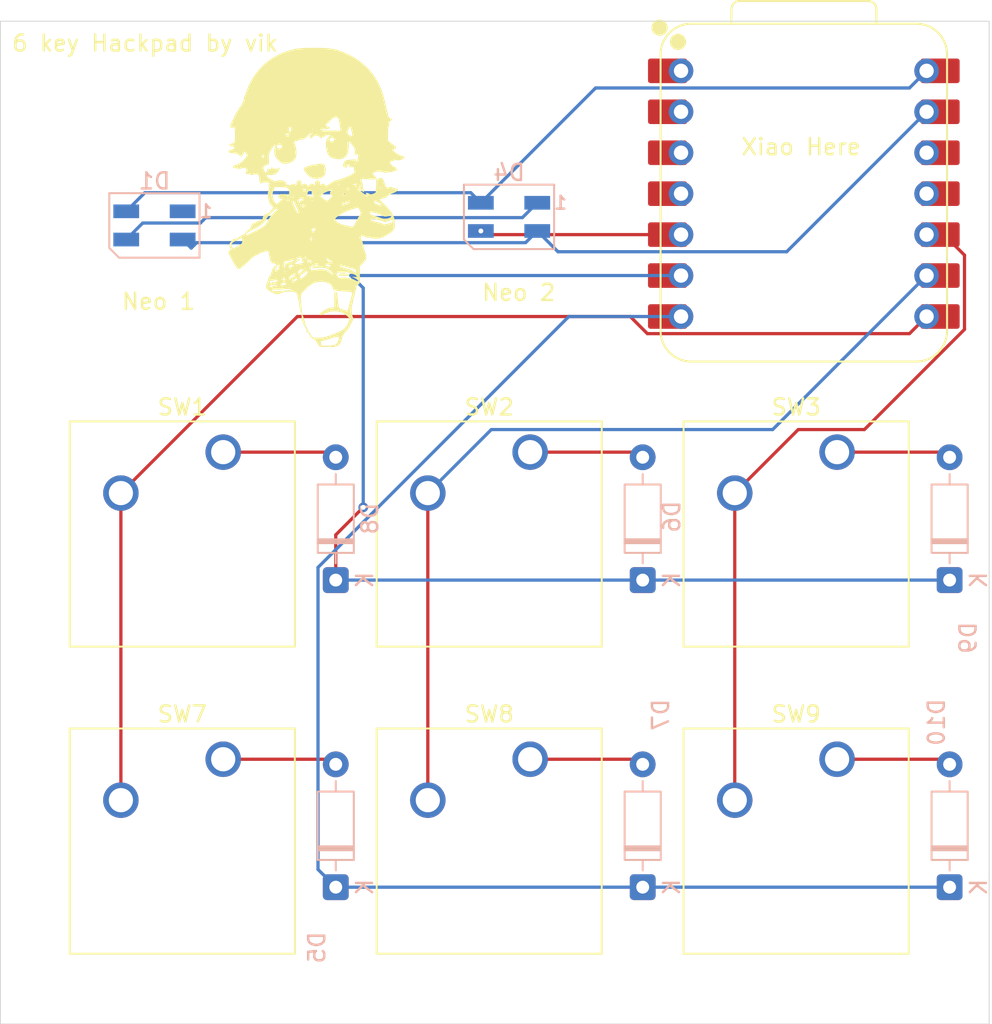
<source format=kicad_pcb>
(kicad_pcb (version 20241229) (generator "pcbnew") (generator_version "9.0")
  (layers (0 "F.Cu" signal) (2 "B.Cu" signal) (13 "F.Paste" user) (15 "B.Paste" user) (5 "F.SilkS" user "F.Silkscreen") (7 "B.SilkS" user "B.Silkscreen") (1 "F.Mask" user) (3 "B.Mask" user) (25 "Edge.Cuts" user))
  (net 0 "")
  (net 1 "Net-(D1-DIN)")
  (net 3 "Neo-Pix")
  (net 4 "Net-(D5-A)")
  (net 5 "Colum 2")
  (net 6 "Net-(D6-A)")
  (net 7 "Net-(D7-A)")
  (net 8 "Row 1")
  (net 9 "Row 2")
  (net 10 "Colum 1")
  (net 17 "Colum 3")
  (net 18 "+5V")
  (net 19 "Net-(D8-A)")
  (net 20 "Net-(D9-A)")
  (net 21 "Net-(D10-A)")
  (net 22 "GND")
  (footprint "Button_Switch_Keyboard:SW_Cherry_MX_1.00u_PCB" (layer "F.Cu") (at 173.0375 99.85375)
    (property "Reference" "SW3" (at -2.54 -2.794 0) (layer "F.SilkS"))
    (property "Value" "SW_Push")
    (pad "" np_thru_hole circle (at -7.62 5.08) (size 1.7 1.7) (drill 1.7) (layers "*.Cu" "*.Mask"))
    (pad "" np_thru_hole circle (at -2.54 5.08) (size 4 4) (drill 4) (layers "*.Cu" "*.Mask"))
    (pad "" np_thru_hole circle (at 2.54 5.08) (size 1.7 1.7) (drill 1.7) (layers "*.Cu" "*.Mask"))
    (pad "1" thru_hole circle (at 0 0) (size 2.2 2.2) (drill 1.5) (layers "*.Cu" "*.Mask") (net 20 "Net-(D9-A)"))
    (pad "2" thru_hole circle (at -6.35 2.54) (size 2.2 2.2) (drill 1.5) (layers "*.Cu" "*.Mask") (net 17 "Colum 3"))
  )
  (footprint "Button_Switch_Keyboard:SW_Cherry_MX_1.00u_PCB" (layer "F.Cu") (at 173.0375 118.90375)
    (property "Reference" "SW9" (at -2.54 -2.794 0) (layer "F.SilkS"))
    (property "Value" "SW_Push" (hide yes))
    (pad "" np_thru_hole circle (at -7.62 5.08) (size 1.7 1.7) (drill 1.7) (layers "*.Cu" "*.Mask"))
    (pad "" np_thru_hole circle (at -2.54 5.08) (size 4 4) (drill 4) (layers "*.Cu" "*.Mask"))
    (pad "" np_thru_hole circle (at 2.54 5.08) (size 1.7 1.7) (drill 1.7) (layers "*.Cu" "*.Mask"))
    (pad "1" thru_hole circle (at 0 0) (size 2.2 2.2) (drill 1.5) (layers "*.Cu" "*.Mask") (net 21 "Net-(D10-A)"))
    (pad "2" thru_hole circle (at -6.35 2.54) (size 2.2 2.2) (drill 1.5) (layers "*.Cu" "*.Mask") (net 17 "Colum 3"))
  )
  (footprint "Pictures:gabon" (layer "F.Cu") (at 140.03875 83.96)
    (property "Reference" "G***" (at 0 0 0) (layer "F.SilkS") (effects (font (size 1.5 1.5) (thickness 0.3))))
    (property "Value" "LOGO" (hide yes))
  )
  (footprint "Button_Switch_Keyboard:SW_Cherry_MX_1.00u_PCB" (layer "F.Cu") (at 153.9875 118.90375)
    (property "Reference" "SW8" (at -2.54 -2.794 0) (layer "F.SilkS"))
    (property "Value" "SW_Push" (hide yes))
    (pad "" np_thru_hole circle (at -7.62 5.08) (size 1.7 1.7) (drill 1.7) (layers "*.Cu" "*.Mask"))
    (pad "" np_thru_hole circle (at -2.54 5.08) (size 4 4) (drill 4) (layers "*.Cu" "*.Mask"))
    (pad "" np_thru_hole circle (at 2.54 5.08) (size 1.7 1.7) (drill 1.7) (layers "*.Cu" "*.Mask"))
    (pad "1" thru_hole circle (at 0 0) (size 2.2 2.2) (drill 1.5) (layers "*.Cu" "*.Mask") (net 7 "Net-(D7-A)"))
    (pad "2" thru_hole circle (at -6.35 2.54) (size 2.2 2.2) (drill 1.5) (layers "*.Cu" "*.Mask") (net 5 "Colum 2"))
  )
  (footprint "Button_Switch_Keyboard:SW_Cherry_MX_1.00u_PCB" (layer "F.Cu") (at 134.9375 118.90375)
    (property "Reference" "SW7" (at -2.54 -2.794 0) (layer "F.SilkS"))
    (property "Value" "SW_Push" (hide yes))
    (pad "" np_thru_hole circle (at -7.62 5.08) (size 1.7 1.7) (drill 1.7) (layers "*.Cu" "*.Mask"))
    (pad "" np_thru_hole circle (at -2.54 5.08) (size 4 4) (drill 4) (layers "*.Cu" "*.Mask"))
    (pad "" np_thru_hole circle (at 2.54 5.08) (size 1.7 1.7) (drill 1.7) (layers "*.Cu" "*.Mask"))
    (pad "1" thru_hole circle (at 0 0) (size 2.2 2.2) (drill 1.5) (layers "*.Cu" "*.Mask") (net 4 "Net-(D5-A)"))
    (pad "2" thru_hole circle (at -6.35 2.54) (size 2.2 2.2) (drill 1.5) (layers "*.Cu" "*.Mask") (net 10 "Colum 1"))
  )
  (footprint "Button_Switch_Keyboard:SW_Cherry_MX_1.00u_PCB" (layer "F.Cu") (at 153.9875 99.85375)
    (property "Reference" "SW2" (at -2.54 -2.794 0) (layer "F.SilkS"))
    (property "Value" "SW_Push")
    (pad "" np_thru_hole circle (at -7.62 5.08) (size 1.7 1.7) (drill 1.7) (layers "*.Cu" "*.Mask"))
    (pad "" np_thru_hole circle (at -2.54 5.08) (size 4 4) (drill 4) (layers "*.Cu" "*.Mask"))
    (pad "" np_thru_hole circle (at 2.54 5.08) (size 1.7 1.7) (drill 1.7) (layers "*.Cu" "*.Mask"))
    (pad "1" thru_hole circle (at 0 0) (size 2.2 2.2) (drill 1.5) (layers "*.Cu" "*.Mask") (net 6 "Net-(D6-A)"))
    (pad "2" thru_hole circle (at -6.35 2.54) (size 2.2 2.2) (drill 1.5) (layers "*.Cu" "*.Mask") (net 5 "Colum 2"))
  )
  (footprint "Button_Switch_Keyboard:SW_Cherry_MX_1.00u_PCB" (layer "F.Cu") (at 134.9375 99.85375)
    (property "Reference" "SW1" (at -2.54 -2.794 0) (layer "F.SilkS"))
    (property "Value" "SW_Push")
    (pad "" np_thru_hole circle (at -7.62 5.08) (size 1.7 1.7) (drill 1.7) (layers "*.Cu" "*.Mask"))
    (pad "" np_thru_hole circle (at -2.54 5.08) (size 4 4) (drill 4) (layers "*.Cu" "*.Mask"))
    (pad "" np_thru_hole circle (at 2.54 5.08) (size 1.7 1.7) (drill 1.7) (layers "*.Cu" "*.Mask"))
    (pad "1" thru_hole circle (at 0 0) (size 2.2 2.2) (drill 1.5) (layers "*.Cu" "*.Mask") (net 19 "Net-(D8-A)"))
    (pad "2" thru_hole circle (at -6.35 2.54) (size 2.2 2.2) (drill 1.5) (layers "*.Cu" "*.Mask") (net 10 "Colum 1"))
  )
  (footprint "OPL:XIAO-RP2040-DIP" (layer "F.Cu") (at 170.97375 83.82)
    (property "Reference" "U1" (hide yes))
    (property "Value" "XIAO-RP2040-DIP")
    (pad "1" smd roundrect (at -8.455 -7.62 180) (size 2.432 1.524) (layers "F.Cu" "F.Mask") (roundrect_rratio 0.1))
    (pad "1" thru_hole circle (at -7.62 -7.62 180) (size 1.524 1.524) (drill 0.889) (layers "*.Cu" "*.Mask"))
    (pad "2" smd roundrect (at -8.455 -5.08 180) (size 2.432 1.524) (layers "F.Cu" "F.Mask") (roundrect_rratio 0.1))
    (pad "2" thru_hole circle (at -7.62 -5.08 180) (size 1.524 1.524) (drill 0.889) (layers "*.Cu" "*.Mask"))
    (pad "3" smd roundrect (at -8.455 -2.54 180) (size 2.432 1.524) (layers "F.Cu" "F.Mask") (roundrect_rratio 0.1))
    (pad "3" thru_hole circle (at -7.62 -2.54 180) (size 1.524 1.524) (drill 0.889) (layers "*.Cu" "*.Mask"))
    (pad "4" smd roundrect (at -8.455 0 180) (size 2.432 1.524) (layers "F.Cu" "F.Mask") (roundrect_rratio 0.1))
    (pad "4" thru_hole circle (at -7.62 0 180) (size 1.524 1.524) (drill 0.889) (layers "*.Cu" "*.Mask"))
    (pad "5" smd roundrect (at -8.455 2.54 180) (size 2.432 1.524) (layers "F.Cu" "F.Mask") (roundrect_rratio 0.1) (net 3 "Neo-Pix"))
    (pad "5" thru_hole circle (at -7.62 2.54 180) (size 1.524 1.524) (drill 0.889) (layers "*.Cu" "*.Mask") (net 3 "Neo-Pix"))
    (pad "6" smd roundrect (at -8.455 5.08 180) (size 2.432 1.524) (layers "F.Cu" "F.Mask") (roundrect_rratio 0.1) (net 8 "Row 1"))
    (pad "6" thru_hole circle (at -7.62 5.08 180) (size 1.524 1.524) (drill 0.889) (layers "*.Cu" "*.Mask") (net 8 "Row 1"))
    (pad "7" smd roundrect (at -8.455 7.62 180) (size 2.432 1.524) (layers "F.Cu" "F.Mask") (roundrect_rratio 0.1) (net 9 "Row 2"))
    (pad "7" thru_hole circle (at -7.62 7.62 180) (size 1.524 1.524) (drill 0.889) (layers "*.Cu" "*.Mask") (net 9 "Row 2"))
    (pad "8" thru_hole circle (at 7.62 7.62) (size 1.524 1.524) (drill 0.889) (layers "*.Cu" "*.Mask") (net 10 "Colum 1"))
    (pad "8" smd roundrect (at 8.455 7.62) (size 2.432 1.524) (layers "F.Cu" "F.Mask") (roundrect_rratio 0.1) (net 10 "Colum 1"))
    (pad "9" thru_hole circle (at 7.62 5.08) (size 1.524 1.524) (drill 0.889) (layers "*.Cu" "*.Mask") (net 5 "Colum 2"))
    (pad "9" smd roundrect (at 8.455 5.08) (size 2.432 1.524) (layers "F.Cu" "F.Mask") (roundrect_rratio 0.1) (net 5 "Colum 2"))
    (pad "10" thru_hole circle (at 7.62 2.54) (size 1.524 1.524) (drill 0.889) (layers "*.Cu" "*.Mask") (net 17 "Colum 3"))
    (pad "10" smd roundrect (at 8.455 2.54) (size 2.432 1.524) (layers "F.Cu" "F.Mask") (roundrect_rratio 0.1) (net 17 "Colum 3"))
    (pad "11" thru_hole circle (at 7.62 0) (size 1.524 1.524) (drill 0.889) (layers "*.Cu" "*.Mask"))
    (pad "11" smd roundrect (at 8.455 0) (size 2.432 1.524) (layers "F.Cu" "F.Mask") (roundrect_rratio 0.1))
    (pad "12" thru_hole circle (at 7.62 -2.54) (size 1.524 1.524) (drill 0.889) (layers "*.Cu" "*.Mask"))
    (pad "12" smd roundrect (at 8.455 -2.54) (size 2.432 1.524) (layers "F.Cu" "F.Mask") (roundrect_rratio 0.1))
    (pad "13" thru_hole circle (at 7.62 -5.08) (size 1.524 1.524) (drill 0.889) (layers "*.Cu" "*.Mask") (net 22 "GND"))
    (pad "13" smd roundrect (at 8.455 -5.08) (size 2.432 1.524) (layers "F.Cu" "F.Mask") (roundrect_rratio 0.1) (net 22 "GND"))
    (pad "14" thru_hole circle (at 7.62 -7.62) (size 1.524 1.524) (drill 0.889) (layers "*.Cu" "*.Mask") (net 18 "+5V"))
    (pad "14" smd roundrect (at 8.455 -7.62) (size 2.432 1.524) (layers "F.Cu" "F.Mask") (roundrect_rratio 0.1) (net 18 "+5V"))
  )
  (footprint "Diode_THT:D_DO-35_SOD27_P7.62mm_Horizontal" (layer "B.Cu") (at 141.9225 107.79125 90)
    (property "Reference" "D8" (at 3.81 2.12 90) (layer "B.SilkS") (effects (justify mirror)))
    (property "Value" "1N4148")
    (fp_text user "K" (at 0 1.8 90) (layer "B.SilkS") (effects (justify mirror)))
    (pad "1" thru_hole roundrect (at 0 0 90) (size 1.6 1.6) (drill 0.8) (layers "*.Cu" "*.Mask") (roundrect_rratio 0.15625) (net 8 "Row 1"))
    (pad "2" thru_hole circle (at 7.62 0 90) (size 1.6 1.6) (drill 0.8) (layers "*.Cu" "*.Mask") (net 19 "Net-(D8-A)"))
  )
  (footprint "Diode_THT:D_DO-35_SOD27_P7.62mm_Horizontal" (layer "B.Cu") (at 160.9725 107.79125 90)
    (property "Reference" "D6" (at 3.93125 1.81375 90) (layer "B.SilkS") (effects (justify mirror)))
    (property "Value" "1N4148" (hide yes))
    (fp_text user "K" (at 0 1.8 90) (layer "B.SilkS") (effects (justify mirror)))
    (pad "1" thru_hole roundrect (at 0 0 90) (size 1.6 1.6) (drill 0.8) (layers "*.Cu" "*.Mask") (roundrect_rratio 0.15625) (net 8 "Row 1"))
    (pad "2" thru_hole circle (at 7.62 0 90) (size 1.6 1.6) (drill 0.8) (layers "*.Cu" "*.Mask") (net 6 "Net-(D6-A)"))
  )
  (footprint "Diode_THT:D_DO-35_SOD27_P7.62mm_Horizontal" (layer "B.Cu") (at 180.0225 126.84125 90)
    (property "Reference" "D10" (at 10.23125 -0.81625 90) (layer "B.SilkS") (effects (justify mirror)))
    (property "Value" "1N4148" (hide yes))
    (fp_text user "K" (at 0 1.8 90) (layer "B.SilkS") (effects (justify mirror)))
    (pad "1" thru_hole roundrect (at 0 0 90) (size 1.6 1.6) (drill 0.8) (layers "*.Cu" "*.Mask") (roundrect_rratio 0.15625) (net 9 "Row 2"))
    (pad "2" thru_hole circle (at 7.62 0 90) (size 1.6 1.6) (drill 0.8) (layers "*.Cu" "*.Mask") (net 21 "Net-(D10-A)"))
  )
  (footprint "Diode_THT:D_DO-35_SOD27_P7.62mm_Horizontal" (layer "B.Cu") (at 141.9225 126.84125 90)
    (property "Reference" "D5" (at -3.74875 -1.16625 90) (layer "B.SilkS") (effects (justify mirror)))
    (property "Value" "1N4148")
    (fp_text user "K" (at 0 1.8 90) (layer "B.SilkS") (effects (justify mirror)))
    (pad "1" thru_hole roundrect (at 0 0 90) (size 1.6 1.6) (drill 0.8) (layers "*.Cu" "*.Mask") (roundrect_rratio 0.15625) (net 9 "Row 2"))
    (pad "2" thru_hole circle (at 7.62 0 90) (size 1.6 1.6) (drill 0.8) (layers "*.Cu" "*.Mask") (net 4 "Net-(D5-A)"))
  )
  (footprint "Diode_THT:D_DO-35_SOD27_P7.62mm_Horizontal" (layer "B.Cu") (at 160.9725 126.84125 90)
    (property "Reference" "D7" (at 10.69125 1.12 90) (layer "B.SilkS") (effects (justify mirror)))
    (property "Value" "1N4148")
    (fp_text user "K" (at 0 1.8 90) (layer "B.SilkS") (effects (justify mirror)))
    (pad "1" thru_hole roundrect (at 0 0 90) (size 1.6 1.6) (drill 0.8) (layers "*.Cu" "*.Mask") (roundrect_rratio 0.15625) (net 9 "Row 2"))
    (pad "2" thru_hole circle (at 7.62 0 90) (size 1.6 1.6) (drill 0.8) (layers "*.Cu" "*.Mask") (net 7 "Net-(D7-A)"))
  )
  (footprint "LED_SMD:LED_SK6812MINI_PLCC4_3.5x3.5mm_P1.75mm" (layer "B.Cu") (at 130.66875 85.79 180)
    (property "Reference" "D1" (at 0 2.75 0) (layer "B.SilkS") (effects (justify mirror)))
    (property "Value" "SK6812MINI")
    (fp_text user "1" (at -3.2 0.875 0) (layer "B.SilkS") (effects (font (size 0.8 0.8)) (justify mirror)))
    (pad "1" smd rect (at -1.75 0.875 180) (size 1.6 0.85) (layers "B.Cu" "B.Mask" "B.Paste"))
    (pad "2" smd rect (at -1.75 -0.875 180) (size 1.6 0.85) (layers "B.Cu" "B.Mask" "B.Paste") (net 22 "GND"))
    (pad "3" smd rect (at 1.75 -0.875 180) (size 1.6 0.85) (layers "B.Cu" "B.Mask" "B.Paste") (net 1 "Net-(D1-DIN)"))
    (pad "4" smd rect (at 1.75 0.875 180) (size 1.6 0.85) (layers "B.Cu" "B.Mask" "B.Paste") (net 18 "+5V"))
  )
  (footprint "LED_SMD:LED_SK6812MINI_PLCC4_3.5x3.5mm_P1.75mm" (layer "B.Cu") (at 152.67875 85.26 180)
    (property "Reference" "D4" (at 0 2.75 0) (layer "B.SilkS") (effects (justify mirror)))
    (property "Value" "SK6812MINI")
    (fp_text user "1" (at -3.2 0.875 0) (layer "B.SilkS") (effects (font (size 0.8 0.8)) (justify mirror)))
    (pad "1" smd rect (at -1.75 0.875 180) (size 1.6 0.85) (layers "B.Cu" "B.Mask" "B.Paste") (net 1 "Net-(D1-DIN)"))
    (pad "2" smd rect (at -1.75 -0.875 180) (size 1.6 0.85) (layers "B.Cu" "B.Mask" "B.Paste") (net 22 "GND"))
    (pad "3" smd rect (at 1.75 -0.875 180) (size 1.6 0.85) (layers "B.Cu" "B.Mask" "B.Paste") (net 3 "Neo-Pix"))
    (pad "4" smd rect (at 1.75 0.875 180) (size 1.6 0.85) (layers "B.Cu" "B.Mask" "B.Paste") (net 18 "+5V"))
  )
  (footprint "Diode_THT:D_DO-35_SOD27_P7.62mm_Horizontal" (layer "B.Cu") (at 180.0225 107.79125 90)
    (property "Reference" "D9" (at -3.57875 1.15375 90) (layer "B.SilkS") (effects (justify mirror)))
    (property "Value" "1N4148" (hide yes))
    (fp_text user "K" (at 0 1.8 90) (layer "B.SilkS") (effects (justify mirror)))
    (pad "1" thru_hole roundrect (at 0 0 90) (size 1.6 1.6) (drill 0.8) (layers "*.Cu" "*.Mask") (roundrect_rratio 0.15625) (net 8 "Row 1"))
    (pad "2" thru_hole circle (at 7.62 0 90) (size 1.6 1.6) (drill 0.8) (layers "*.Cu" "*.Mask") (net 20 "Net-(D9-A)"))
  )
  (gr_rect (start 121.10875 73.12) (end 182.47875 135.33) (stroke (width 0.05)) (fill no) (layer "Edge.Cuts"))
  (gr_text "Neo 2\n" (at 150.91875 90.54 0) (layer "F.SilkS") (effects (font (size 1 1)) (justify left bottom)))
  (gr_text "Xiao Here\n" (at 167.01875 81.5 0) (layer "F.SilkS") (effects (font (size 1 1)) (justify left bottom)))
  (gr_text "6 key Hackpad by vik" (at 121.74875 75.07 0) (layer "F.SilkS") (effects (font (size 1 1)) (justify left bottom)))
  (gr_text "Neo 1" (at 128.55875 91.09 0) (layer "F.SilkS") (effects (font (size 1 1)) (justify left bottom)))
  (segment (start 153.50775 85.306) (end 133.85475 85.306) (width 0.2) (layer "B.Cu") (net 1))
  (segment (start 154.42875 84.385) (end 153.50775 85.306) (width 0.2) (layer "B.Cu") (net 1))
  (segment (start 133.85475 85.306) (end 133.51975 85.641) (width 0.2) (layer "B.Cu") (net 1))
  (segment (start 133.51975 85.641) (end 129.94275 85.641) (width 0.2) (layer "B.Cu") (net 1))
  (segment (start 129.94275 85.641) (end 128.91875 86.665) (width 0.2) (layer "B.Cu") (net 1))
  (segment (start 163.35375 86.36) (end 151.15375 86.36) (width 0.2) (layer "F.Cu") (net 3))
  (segment (start 151.15375 86.36) (end 150.92875 86.135) (width 0.2) (layer "F.Cu") (net 3))
  (segment (start 150.86875 86.36) (end 150.77875 86.27) (width 0.2) (layer "F.Cu") (net 3))
  (via (at 150.92875 86.135) (size 0.6) (drill 0.3) (layers "F.Cu" "B.Cu") (net 3))
  (segment (start 134.9375 118.90375) (end 141.605 118.90375) (width 0.2) (layer "F.Cu") (net 4))
  (segment (start 141.605 118.90375) (end 141.9225 119.22125) (width 0.2) (layer "F.Cu") (net 4))
  (segment (start 147.6375 102.39375) (end 147.6375 121.44375) (width 0.2) (layer "F.Cu") (net 5))
  (segment (start 178.59375 88.9) (end 169.041 98.45275) (width 0.2) (layer "B.Cu") (net 5))
  (segment (start 169.041 98.45275) (end 151.5785 98.45275) (width 0.2) (layer "B.Cu") (net 5))
  (segment (start 151.5785 98.45275) (end 147.6375 102.39375) (width 0.2) (layer "B.Cu") (net 5))
  (segment (start 153.9875 99.85375) (end 160.655 99.85375) (width 0.2) (layer "F.Cu") (net 6))
  (segment (start 160.655 99.85375) (end 160.3375 100.17125) (width 0.2) (layer "B.Cu") (net 6))
  (segment (start 160.655 118.90375) (end 160.9725 119.22125) (width 0.2) (layer "F.Cu") (net 7))
  (segment (start 153.9875 118.90375) (end 160.655 118.90375) (width 0.2) (layer "F.Cu") (net 7))
  (segment (start 141.9225 104.98625) (end 141.9225 107.79125) (width 0.2) (layer "F.Cu") (net 8))
  (segment (start 143.62875 103.28) (end 141.9225 104.98625) (width 0.2) (layer "F.Cu") (net 8))
  (via (at 143.62875 103.28) (size 0.6) (drill 0.3) (layers "F.Cu" "B.Cu") (net 8))
  (segment (start 141.9225 107.79125) (end 180.0225 107.79125) (width 0.2) (layer "B.Cu") (net 8))
  (segment (start 142.85875 88.9) (end 142.84875 88.89) (width 0.2) (layer "B.Cu") (net 8))
  (segment (start 143.62875 89.67) (end 143.62875 103.28) (width 0.2) (layer "B.Cu") (net 8))
  (segment (start 163.35375 88.9) (end 142.85875 88.9) (width 0.2) (layer "B.Cu") (net 8))
  (segment (start 142.84875 88.89) (end 143.62875 89.67) (width 0.2) (layer "B.Cu") (net 8))
  (segment (start 141.9225 126.84125) (end 180.0225 126.84125) (width 0.2) (layer "B.Cu") (net 9))
  (segment (start 163.35375 91.44) (end 156.38759 91.44) (width 0.2) (layer "B.Cu") (net 9))
  (segment (start 140.8215 125.74025) (end 141.9225 126.84125) (width 0.2) (layer "B.Cu") (net 9))
  (segment (start 140.8215 107.00609) (end 140.8215 125.74025) (width 0.2) (layer "B.Cu") (net 9))
  (segment (start 156.38759 91.44) (end 140.8215 107.00609) (width 0.2) (layer "B.Cu") (net 9))
  (segment (start 128.5875 102.39375) (end 128.5875 121.44375) (width 0.2) (layer "F.Cu") (net 10))
  (segment (start 161.263124 92.503) (end 160.200124 91.44) (width 0.2) (layer "F.Cu") (net 10))
  (segment (start 178.59375 91.44) (end 177.53075 92.503) (width 0.2) (layer "F.Cu") (net 10))
  (segment (start 139.54125 91.44) (end 128.5875 102.39375) (width 0.2) (layer "F.Cu") (net 10))
  (segment (start 160.200124 91.44) (end 139.54125 91.44) (width 0.2) (layer "F.Cu") (net 10))
  (segment (start 177.53075 92.503) (end 161.263124 92.503) (width 0.2) (layer "F.Cu") (net 10))
  (segment (start 178.59375 86.36) (end 179.67138 86.36) (width 0.2) (layer "F.Cu") (net 17))
  (segment (start 180.94575 87.63437) (end 180.94575 92.241626) (width 0.2) (layer "F.Cu") (net 17))
  (segment (start 179.67138 86.36) (end 180.94575 87.63437) (width 0.2) (layer "F.Cu") (net 17))
  (segment (start 166.6875 102.39375) (end 166.6875 121.44375) (width 0.2) (layer "F.Cu") (net 17))
  (segment (start 180.94575 92.241626) (end 174.734626 98.45275) (width 0.2) (layer "F.Cu") (net 17))
  (segment (start 174.734626 98.45275) (end 170.6285 98.45275) (width 0.2) (layer "F.Cu") (net 17))
  (segment (start 170.6285 98.45275) (end 166.6875 102.39375) (width 0.2) (layer "F.Cu") (net 17))
  (segment (start 179.207376 76.2) (end 178.59375 76.2) (width 0.2) (layer "F.Cu") (net 18))
  (segment (start 150.30375 83.76) (end 130.07375 83.76) (width 0.2) (layer "B.Cu") (net 18))
  (segment (start 150.92875 84.385) (end 150.30375 83.76) (width 0.2) (layer "B.Cu") (net 18))
  (segment (start 130.07375 83.76) (end 128.91875 84.915) (width 0.2) (layer "B.Cu") (net 18))
  (segment (start 178.59375 76.2) (end 177.53075 77.263) (width 0.2) (layer "B.Cu") (net 18))
  (segment (start 177.53075 77.263) (end 158.05075 77.263) (width 0.2) (layer "B.Cu") (net 18))
  (segment (start 158.05075 77.263) (end 150.92875 84.385) (width 0.2) (layer "B.Cu") (net 18))
  (segment (start 134.9375 99.85375) (end 141.605 99.85375) (width 0.2) (layer "F.Cu") (net 19))
  (segment (start 141.605 99.85375) (end 141.9225 100.17125) (width 0.2) (layer "F.Cu") (net 19))
  (segment (start 179.705 99.85375) (end 180.0225 100.17125) (width 0.2) (layer "F.Cu") (net 20))
  (segment (start 173.0375 99.85375) (end 179.705 99.85375) (width 0.2) (layer "F.Cu") (net 20))
  (segment (start 173.0375 118.90375) (end 179.705 118.90375) (width 0.2) (layer "F.Cu") (net 21))
  (segment (start 179.705 118.90375) (end 180.0225 119.22125) (width 0.2) (layer "F.Cu") (net 21))
  (segment (start 179.67138 78.74) (end 178.59375 78.74) (width 0.2) (layer "F.Cu") (net 22))
  (segment (start 169.91075 87.423) (end 155.71675 87.423) (width 0.2) (layer "B.Cu") (net 22))
  (segment (start 155.71675 87.423) (end 154.42875 86.135) (width 0.2) (layer "B.Cu") (net 22))
  (segment (start 154.42875 86.135) (end 153.70275 86.861) (width 0.2) (layer "B.Cu") (net 22))
  (segment (start 132.94975 87.196) (end 132.41875 86.665) (width 0.2) (layer "B.Cu") (net 22))
  (segment (start 133.28475 86.861) (end 132.94975 87.196) (width 0.2) (layer "B.Cu") (net 22))
  (segment (start 178.59375 78.74) (end 169.91075 87.423) (width 0.2) (layer "B.Cu") (net 22))
  (segment (start 153.70275 86.861) (end 133.28475 86.861) (width 0.2) (layer "B.Cu") (net 22))
)
</source>
